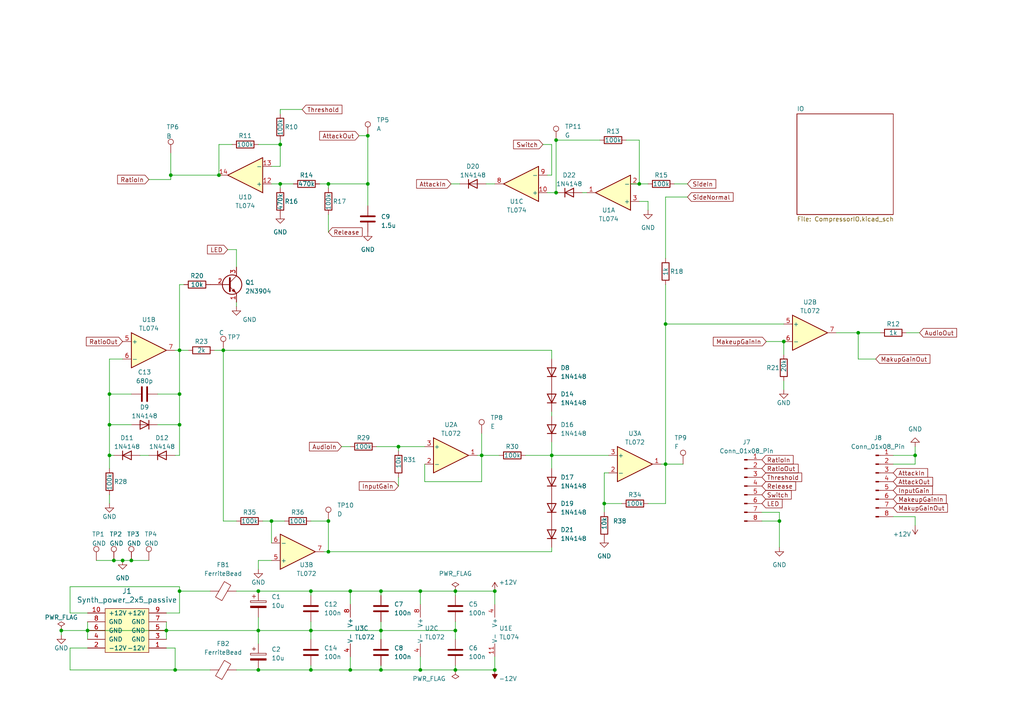
<source format=kicad_sch>
(kicad_sch (version 20230121) (generator eeschema)
  (paper "A4")
  (lib_symbols
    (symbol "AO_symbols:1N4148" (pin_numbers hide) (pin_names (offset 1.016) hide)
      (property "Reference" "D" (at 0 2.54 0))
      (property "Value" "1N4148" (at 0 -2.54 0))
      (symbol "1N4148_0_1"
        (polyline (pts (xy -1.27 1.27) (xy -1.27 -1.27)) (stroke (width 0.254)))
        (polyline (pts (xy 1.27 0) (xy -1.27 0)))
        (polyline (pts (xy 1.27 1.27) (xy 1.27 -1.27) (xy -1.27 0) (xy 1.27 1.27)) (stroke (width 0.254)))
      )
      (symbol "1N4148_1_1"
        (pin passive line (at -3.81 0 0) (length 2.54) (name "K") (number "1"))
        (pin passive line (at 3.81 0 180) (length 2.54) (name "A") (number "2"))
      )
    )
    (symbol "AO_symbols:2N3904" (pin_names (offset 0) hide)
      (property "Reference" "Q" (at 5.08 1.905 0))
      (property "Value" "2N3904" (at 5.08 0 0))
      (symbol "2N3904_0_1"
        (polyline (pts (xy 0.635 0.635) (xy 2.54 2.54)))
        (polyline (pts (xy 0.635 -0.635) (xy 2.54 -2.54) (xy 2.54 -2.54)))
        (polyline (pts (xy 0.635 1.905) (xy 0.635 -1.905) (xy 0.635 -1.905)) (stroke (width 0.508)))
        (polyline (pts (xy 1.27 -1.778) (xy 1.778 -1.27) (xy 2.286 -2.286) (xy 1.27 -1.778) (xy 1.27 -1.778)) (fill (type outline)))
        (circle (center 1.27 0) (radius 2.8194) (stroke (width 0.254)))
      )
      (symbol "2N3904_1_1"
        (pin passive line (at 2.54 -5.08 90) (length 2.54) (name "E") (number "1"))
        (pin passive line (at -5.08 0 0) (length 5.715) (name "B") (number "2"))
        (pin passive line (at 2.54 5.08 270) (length 2.54) (name "C") (number "3"))
      )
    )
    (symbol "AO_symbols:C" (pin_numbers hide) (pin_names (offset 0.254))
      (property "Reference" "C" (at 0.635 2.54 0))
      (property "Value" "C" (at 0.635 -2.54 0))
      (symbol "C_0_1"
        (polyline (pts (xy -2.032 -0.762) (xy 2.032 -0.762)) (stroke (width 0.508)))
        (polyline (pts (xy -2.032 0.762) (xy 2.032 0.762)) (stroke (width 0.508)))
      )
      (symbol "C_1_1"
        (pin passive line (at 0 3.81 270) (length 2.794) (name "~") (number "1"))
        (pin passive line (at 0 -3.81 90) (length 2.794) (name "~") (number "2"))
      )
    )
    (symbol "AO_symbols:CP" (pin_numbers hide) (pin_names (offset 0.254))
      (property "Reference" "C" (at 0.635 2.54 0))
      (property "Value" "CP" (at 0.635 -2.54 0))
      (symbol "CP_0_1"
        (rectangle (start -2.286 0.508) (end 2.286 1.016))
        (polyline (pts (xy -1.778 2.286) (xy -0.762 2.286)))
        (polyline (pts (xy -1.27 2.794) (xy -1.27 1.778)))
        (rectangle (start 2.286 -0.508) (end -2.286 -1.016) (fill (type outline)))
      )
      (symbol "CP_1_1"
        (pin passive line (at 0 3.81 270) (length 2.794) (name "~") (number "1"))
        (pin passive line (at 0 -3.81 90) (length 2.794) (name "~") (number "2"))
      )
    )
    (symbol "AO_symbols:R" (pin_numbers hide) (pin_names (offset 0))
      (property "Reference" "R" (at 2.032 0 90))
      (property "Value" "R" (at 0 0 90))
      (symbol "R_0_1"
        (rectangle (start -1.016 -2.54) (end 1.016 2.54) (stroke (width 0.254)))
      )
      (symbol "R_1_1"
        (pin passive line (at 0 3.81 270) (length 1.27) (name "~") (number "1"))
        (pin passive line (at 0 -3.81 90) (length 1.27) (name "~") (number "2"))
      )
    )
    (symbol "AO_symbols:Synth_power_2x5_passive" (pin_names (offset 1.016))
      (property "Reference" "J" (at 0 -7.62 0))
      (property "Value" "Synth_power_2x5_passive" (at 0 7.62 0))
      (symbol "Synth_power_2x5_passive_0_1"
        (rectangle (start -6.35 6.35) (end 6.35 -6.35) (fill (type background)))
      )
      (symbol "Synth_power_2x5_passive_1_1"
        (pin passive line (at 11.43 -5.08 180) (length 5.08) (name "-12V") (number "1"))
        (pin passive line (at -11.43 5.08 0) (length 5.08) (name "+12V") (number "10"))
        (pin passive line (at -11.43 -5.08 0) (length 5.08) (name "-12V") (number "2"))
        (pin passive line (at 11.43 -2.54 180) (length 5.08) (name "GND") (number "3"))
        (pin passive line (at -11.43 -2.54 0) (length 5.08) (name "GND") (number "4"))
        (pin passive line (at 11.43 0 180) (length 5.08) (name "GND") (number "5"))
        (pin passive line (at -11.43 0 0) (length 5.08) (name "GND") (number "6"))
        (pin passive line (at 11.43 2.54 180) (length 5.08) (name "GND") (number "7"))
        (pin passive line (at -11.43 2.54 0) (length 5.08) (name "GND") (number "8"))
        (pin passive line (at 11.43 5.08 180) (length 5.08) (name "+12V") (number "9"))
      )
    )
    (symbol "AO_symbols:TL072" (pin_names (offset 0.127))
      (property "Reference" "U" (at 0 5.08 0))
      (property "Value" "TL072" (at 0 -5.08 0))
      (symbol "TL072_1_1"
        (polyline (pts (xy -5.08 5.08) (xy 5.08 0) (xy -5.08 -5.08) (xy -5.08 5.08)) (stroke (width 0.254)) (fill (type background)))
        (pin output line (at 7.62 0 180) (length 2.54) (name "~") (number "1"))
        (pin input line (at -7.62 -2.54 0) (length 2.54) (name "-") (number "2"))
        (pin input line (at -7.62 2.54 0) (length 2.54) (name "+") (number "3"))
      )
      (symbol "TL072_2_1"
        (polyline (pts (xy -5.08 5.08) (xy 5.08 0) (xy -5.08 -5.08) (xy -5.08 5.08)) (stroke (width 0.254)) (fill (type background)))
        (pin input line (at -7.62 2.54 0) (length 2.54) (name "+") (number "5"))
        (pin input line (at -7.62 -2.54 0) (length 2.54) (name "-") (number "6"))
        (pin output line (at 7.62 0 180) (length 2.54) (name "~") (number "7"))
      )
      (symbol "TL072_3_1"
        (pin power_in line (at -2.54 -7.62 90) (length 3.81) (name "V-") (number "4"))
        (pin power_in line (at -2.54 7.62 270) (length 3.81) (name "V+") (number "8"))
      )
    )
    (symbol "AO_symbols:TL074" (pin_names (offset 0.127))
      (property "Reference" "U" (at 0 5.08 0))
      (property "Value" "TL074" (at 0 -5.08 0))
      (symbol "TL074_1_1"
        (polyline (pts (xy -5.08 5.08) (xy 5.08 0) (xy -5.08 -5.08) (xy -5.08 5.08)) (stroke (width 0.254)) (fill (type background)))
        (pin output line (at 7.62 0 180) (length 2.54) (name "~") (number "1"))
        (pin input line (at -7.62 -2.54 0) (length 2.54) (name "-") (number "2"))
        (pin input line (at -7.62 2.54 0) (length 2.54) (name "+") (number "3"))
      )
      (symbol "TL074_2_1"
        (polyline (pts (xy -5.08 5.08) (xy 5.08 0) (xy -5.08 -5.08) (xy -5.08 5.08)) (stroke (width 0.254)) (fill (type background)))
        (pin input line (at -7.62 2.54 0) (length 2.54) (name "+") (number "5"))
        (pin input line (at -7.62 -2.54 0) (length 2.54) (name "-") (number "6"))
        (pin output line (at 7.62 0 180) (length 2.54) (name "~") (number "7"))
      )
      (symbol "TL074_3_1"
        (polyline (pts (xy -5.08 5.08) (xy 5.08 0) (xy -5.08 -5.08) (xy -5.08 5.08)) (stroke (width 0.254)) (fill (type background)))
        (pin input line (at -7.62 2.54 0) (length 2.54) (name "+") (number "10"))
        (pin output line (at 7.62 0 180) (length 2.54) (name "~") (number "8"))
        (pin input line (at -7.62 -2.54 0) (length 2.54) (name "-") (number "9"))
      )
      (symbol "TL074_4_1"
        (polyline (pts (xy -5.08 5.08) (xy 5.08 0) (xy -5.08 -5.08) (xy -5.08 5.08)) (stroke (width 0.254)) (fill (type background)))
        (pin input line (at -7.62 2.54 0) (length 2.54) (name "+") (number "12"))
        (pin input line (at -7.62 -2.54 0) (length 2.54) (name "-") (number "13"))
        (pin output line (at 7.62 0 180) (length 2.54) (name "~") (number "14"))
      )
      (symbol "TL074_5_1"
        (pin power_in line (at -2.54 -7.62 90) (length 3.81) (name "V-") (number "11"))
        (pin power_in line (at -2.54 7.62 270) (length 3.81) (name "V+") (number "4"))
      )
    )
    (symbol "AO_symbols:TestPoint" (pin_numbers hide) (pin_names (offset 0.762) hide) (in_bom no)
      (property "Reference" "TP" (at 0 6.858 0))
      (property "Value" "TestPoint" (at 0 5.08 0))
      (symbol "TestPoint_0_1"
        (circle (center 0 3.302) (radius 0.762))
      )
      (symbol "TestPoint_1_1"
        (pin passive line (at 0 0 90) (length 2.54) (name "1") (number "1"))
      )
    )
    (symbol "Connector:Conn_01x08_Pin" (pin_names (offset 1.016) hide)
      (property "Reference" "J" (at 0 10.16 0))
      (property "Value" "Conn_01x08_Pin" (at 0 -12.7 0))
      (symbol "Conn_01x08_Pin_1_1"
        (polyline (pts (xy 1.27 -10.16) (xy 0.8636 -10.16)) (stroke (width 0.1524)))
        (polyline (pts (xy 1.27 -7.62) (xy 0.8636 -7.62)) (stroke (width 0.1524)))
        (polyline (pts (xy 1.27 -5.08) (xy 0.8636 -5.08)) (stroke (width 0.1524)))
        (polyline (pts (xy 1.27 -2.54) (xy 0.8636 -2.54)) (stroke (width 0.1524)))
        (polyline (pts (xy 1.27 0) (xy 0.8636 0)) (stroke (width 0.1524)))
        (polyline (pts (xy 1.27 2.54) (xy 0.8636 2.54)) (stroke (width 0.1524)))
        (polyline (pts (xy 1.27 5.08) (xy 0.8636 5.08)) (stroke (width 0.1524)))
        (polyline (pts (xy 1.27 7.62) (xy 0.8636 7.62)) (stroke (width 0.1524)))
        (rectangle (start 0.8636 -10.033) (end 0 -10.287) (stroke (width 0.1524)) (fill (type outline)))
        (rectangle (start 0.8636 -7.493) (end 0 -7.747) (stroke (width 0.1524)) (fill (type outline)))
        (rectangle (start 0.8636 -4.953) (end 0 -5.207) (stroke (width 0.1524)) (fill (type outline)))
        (rectangle (start 0.8636 -2.413) (end 0 -2.667) (stroke (width 0.1524)) (fill (type outline)))
        (rectangle (start 0.8636 0.127) (end 0 -0.127) (stroke (width 0.1524)) (fill (type outline)))
        (rectangle (start 0.8636 2.667) (end 0 2.413) (stroke (width 0.1524)) (fill (type outline)))
        (rectangle (start 0.8636 5.207) (end 0 4.953) (stroke (width 0.1524)) (fill (type outline)))
        (rectangle (start 0.8636 7.747) (end 0 7.493) (stroke (width 0.1524)) (fill (type outline)))
        (pin passive line (at 5.08 7.62 180) (length 3.81) (name "Pin_1") (number "1"))
        (pin passive line (at 5.08 5.08 180) (length 3.81) (name "Pin_2") (number "2"))
        (pin passive line (at 5.08 2.54 180) (length 3.81) (name "Pin_3") (number "3"))
        (pin passive line (at 5.08 0 180) (length 3.81) (name "Pin_4") (number "4"))
        (pin passive line (at 5.08 -2.54 180) (length 3.81) (name "Pin_5") (number "5"))
        (pin passive line (at 5.08 -5.08 180) (length 3.81) (name "Pin_6") (number "6"))
        (pin passive line (at 5.08 -7.62 180) (length 3.81) (name "Pin_7") (number "7"))
        (pin passive line (at 5.08 -10.16 180) (length 3.81) (name "Pin_8") (number "8"))
      )
    )
    (symbol "Device:FerriteBead" (pin_numbers hide) (pin_names (offset 0))
      (property "Reference" "FB" (at -3.81 0.635 90))
      (property "Value" "FerriteBead" (at 3.81 0 90))
      (symbol "FerriteBead_0_1"
        (polyline (pts (xy 0 -1.27) (xy 0 -1.2192)))
        (polyline (pts (xy 0 1.27) (xy 0 1.2954)))
        (polyline (pts (xy -2.7686 0.4064) (xy -1.7018 2.2606) (xy 2.7686 -0.3048) (xy 1.6764 -2.159) (xy -2.7686 0.4064)))
      )
      (symbol "FerriteBead_1_1"
        (pin passive line (at 0 3.81 270) (length 2.54) (name "~") (number "1"))
        (pin passive line (at 0 -3.81 90) (length 2.54) (name "~") (number "2"))
      )
    )
    (symbol "power:+12V" (power) (pin_names (offset 0))
      (property "Value" "+12V" (at 0 3.556 0))
      (symbol "+12V_0_1"
        (polyline (pts (xy -0.762 1.27) (xy 0 2.54)))
        (polyline (pts (xy 0 0) (xy 0 2.54)))
        (polyline (pts (xy 0 2.54) (xy 0.762 1.27)))
      )
      (symbol "+12V_1_1"
        (pin power_in line (at 0 0 90) (length 0) hide (name "+12V") (number "1"))
      )
    )
    (symbol "power:-12V" (power) (pin_names (offset 0))
      (property "Value" "-12V" (at 0 3.81 0))
      (symbol "-12V_0_0"
        (pin power_in line (at 0 0 90) (length 0) hide (name "-12V") (number "1"))
      )
      (symbol "-12V_0_1"
        (polyline (pts (xy 0 0) (xy 0 1.27) (xy 0.762 1.27) (xy 0 2.54) (xy -0.762 1.27) (xy 0 1.27)) (fill (type outline)))
      )
    )
    (symbol "power:GND" (power) (pin_names (offset 0))
      (property "Value" "GND" (at 0 -3.81 0))
      (symbol "GND_0_1"
        (polyline (pts (xy 0 0) (xy 0 -1.27) (xy 1.27 -1.27) (xy 0 -2.54) (xy -1.27 -1.27) (xy 0 -1.27)))
      )
      (symbol "GND_1_1"
        (pin power_in line (at 0 0 270) (length 0) hide (name "GND") (number "1"))
      )
    )
    (symbol "power:PWR_FLAG" (power) (pin_numbers hide) (pin_names (offset 0) hide)
      (property "Value" "PWR_FLAG" (at 0 3.81 0))
      (symbol "PWR_FLAG_0_0"
        (pin power_out line (at 0 0 90) (length 0) (name "pwr") (number "1"))
      )
      (symbol "PWR_FLAG_0_1"
        (polyline (pts (xy 0 0) (xy 0 1.27) (xy -1.016 1.905) (xy 0 2.54) (xy 1.016 1.905) (xy 0 1.27)))
      )
    )
  )
  (junction (at 52.07 114.3))
  (junction (at 110.49 171.45))
  (junction (at 175.26 146.05))
  (junction (at 95.25 160.02))
  (junction (at 49.53 50.8))
  (junction (at 38.1 162.56))
  (junction (at 31.75 114.3))
  (junction (at 161.29 40.64))
  (junction (at 161.29 55.88))
  (junction (at 101.6 171.45))
  (junction (at 106.68 53.34))
  (junction (at 78.74 151.13))
  (junction (at 121.92 171.45))
  (junction (at 90.17 171.45))
  (junction (at 227.33 99.06))
  (junction (at 101.6 194.31))
  (junction (at 143.51 194.31))
  (junction (at 74.93 194.31))
  (junction (at 139.7 132.08))
  (junction (at 52.07 123.19))
  (junction (at 121.92 194.31))
  (junction (at 110.49 182.88))
  (junction (at 132.08 194.31))
  (junction (at 95.25 53.34))
  (junction (at 185.42 53.34))
  (junction (at 115.57 129.54))
  (junction (at 226.06 151.13))
  (junction (at 90.17 182.88))
  (junction (at 81.28 41.91))
  (junction (at 74.93 182.88))
  (junction (at 193.04 134.62))
  (junction (at 81.28 53.34))
  (junction (at 31.75 123.19))
  (junction (at 33.02 162.56))
  (junction (at 90.17 194.31))
  (junction (at 52.07 101.6))
  (junction (at 35.56 162.56))
  (junction (at 132.08 171.45))
  (junction (at 63.5 50.8))
  (junction (at 265.43 132.08))
  (junction (at 248.92 96.52))
  (junction (at 132.08 182.88))
  (junction (at 193.04 93.98))
  (junction (at 160.02 132.08))
  (junction (at 95.25 151.13))
  (junction (at 25.4 182.88))
  (junction (at 48.26 182.88))
  (junction (at 52.07 171.45))
  (junction (at 110.49 194.31))
  (junction (at 64.77 101.6))
  (junction (at 74.93 171.45))
  (junction (at 143.51 171.45))
  (junction (at 17.78 182.88))
  (junction (at 106.68 39.37))
  (junction (at 50.8 194.31))
  (junction (at 31.75 132.08))
  (wire (pts (xy 74.93 194.31) (xy 90.17 194.31)))
  (wire (pts (xy 20.32 187.96) (xy 20.32 194.31)))
  (wire (pts (xy 35.56 162.56) (xy 38.1 162.56)))
  (wire (pts (xy 67.31 41.91) (xy 63.5 41.91)))
  (wire (pts (xy 78.74 151.13) (xy 82.55 151.13)))
  (wire (pts (xy 265.43 132.08) (xy 265.43 129.54)))
  (wire (pts (xy 185.42 40.64) (xy 181.61 40.64)))
  (wire (pts (xy 220.98 148.59) (xy 226.06 148.59)))
  (wire (pts (xy 74.93 182.88) (xy 90.17 182.88)))
  (wire (pts (xy 160.02 160.02) (xy 160.02 158.75)))
  (wire (pts (xy 76.2 151.13) (xy 78.74 151.13)))
  (wire (pts (xy 175.26 137.16) (xy 176.53 137.16)))
  (wire (pts (xy 265.43 134.62) (xy 265.43 132.08)))
  (wire (pts (xy 50.8 194.31) (xy 60.96 194.31)))
  (wire (pts (xy 160.02 50.8) (xy 158.75 50.8)))
  (wire (pts (xy 110.49 193.04) (xy 110.49 194.31)))
  (wire (pts (xy 185.42 53.34) (xy 187.96 53.34)))
  (wire (pts (xy 17.78 184.15) (xy 17.78 182.88)))
  (wire (pts (xy 52.07 101.6) (xy 54.61 101.6)))
  (wire (pts (xy 187.96 146.05) (xy 193.04 146.05)))
  (wire (pts (xy 160.02 132.08) (xy 176.53 132.08)))
  (wire (pts (xy 160.02 41.91) (xy 160.02 50.8)))
  (wire (pts (xy 160.02 119.38) (xy 160.02 120.65)))
  (wire (pts (xy 193.04 82.55) (xy 193.04 93.98)))
  (wire (pts (xy 20.32 177.8) (xy 25.4 177.8)))
  (wire (pts (xy 101.6 171.45) (xy 101.6 175.26)))
  (wire (pts (xy 123.19 134.62) (xy 123.19 139.7)))
  (wire (pts (xy 90.17 182.88) (xy 90.17 185.42)))
  (wire (pts (xy 52.07 123.19) (xy 52.07 132.08)))
  (wire (pts (xy 33.02 132.08) (xy 31.75 132.08)))
  (wire (pts (xy 78.74 53.34) (xy 81.28 53.34)))
  (wire (pts (xy 52.07 82.55) (xy 52.07 101.6)))
  (wire (pts (xy 20.32 194.31) (xy 50.8 194.31)))
  (wire (pts (xy 220.98 151.13) (xy 226.06 151.13)))
  (wire (pts (xy 185.42 53.34) (xy 182.88 53.34)))
  (wire (pts (xy 52.07 82.55) (xy 53.34 82.55)))
  (wire (pts (xy 74.93 171.45) (xy 90.17 171.45)))
  (wire (pts (xy 81.28 48.26) (xy 78.74 48.26)))
  (wire (pts (xy 185.42 58.42) (xy 187.96 58.42)))
  (wire (pts (xy 95.25 160.02) (xy 160.02 160.02)))
  (wire (pts (xy 227.33 99.06) (xy 227.33 102.87)))
  (wire (pts (xy 143.51 194.31) (xy 132.08 194.31)))
  (wire (pts (xy 130.81 53.34) (xy 133.35 53.34)))
  (wire (pts (xy 52.07 171.45) (xy 60.96 171.45)))
  (wire (pts (xy 25.4 180.34) (xy 25.4 182.88)))
  (wire (pts (xy 191.77 134.62) (xy 193.04 134.62)))
  (wire (pts (xy 101.6 194.31) (xy 110.49 194.31)))
  (wire (pts (xy 132.08 182.88) (xy 132.08 185.42)))
  (wire (pts (xy 187.96 58.42) (xy 187.96 60.96)))
  (wire (pts (xy 64.77 151.13) (xy 64.77 101.6)))
  (wire (pts (xy 132.08 171.45) (xy 132.08 172.72)))
  (wire (pts (xy 49.53 44.45) (xy 49.53 50.8)))
  (wire (pts (xy 62.23 101.6) (xy 64.77 101.6)))
  (wire (pts (xy 81.28 31.75) (xy 81.28 33.02)))
  (wire (pts (xy 242.57 96.52) (xy 248.92 96.52)))
  (wire (pts (xy 139.7 125.73) (xy 139.7 132.08)))
  (wire (pts (xy 90.17 194.31) (xy 101.6 194.31)))
  (wire (pts (xy 115.57 129.54) (xy 115.57 130.81)))
  (wire (pts (xy 25.4 182.88) (xy 48.26 182.88)))
  (wire (pts (xy 265.43 149.86) (xy 265.43 152.4)))
  (wire (pts (xy 68.58 72.39) (xy 68.58 77.47)))
  (wire (pts (xy 81.28 53.34) (xy 85.09 53.34)))
  (wire (pts (xy 90.17 182.88) (xy 90.17 180.34)))
  (wire (pts (xy 74.93 162.56) (xy 74.93 165.1)))
  (wire (pts (xy 259.08 134.62) (xy 265.43 134.62)))
  (wire (pts (xy 68.58 151.13) (xy 64.77 151.13)))
  (wire (pts (xy 81.28 41.91) (xy 81.28 48.26)))
  (wire (pts (xy 175.26 146.05) (xy 180.34 146.05)))
  (wire (pts (xy 95.25 53.34) (xy 95.25 54.61)))
  (wire (pts (xy 226.06 148.59) (xy 226.06 151.13)))
  (wire (pts (xy 132.08 193.04) (xy 132.08 194.31)))
  (wire (pts (xy 95.25 53.34) (xy 106.68 53.34)))
  (wire (pts (xy 259.08 132.08) (xy 265.43 132.08)))
  (wire (pts (xy 262.89 96.52) (xy 266.7 96.52)))
  (wire (pts (xy 158.75 55.88) (xy 161.29 55.88)))
  (wire (pts (xy 40.64 132.08) (xy 43.18 132.08)))
  (wire (pts (xy 31.75 114.3) (xy 38.1 114.3)))
  (wire (pts (xy 138.43 132.08) (xy 139.7 132.08)))
  (wire (pts (xy 110.49 194.31) (xy 121.92 194.31)))
  (wire (pts (xy 227.33 99.06) (xy 222.25 99.06)))
  (wire (pts (xy 259.08 149.86) (xy 265.43 149.86)))
  (wire (pts (xy 25.4 182.88) (xy 25.4 185.42)))
  (wire (pts (xy 31.75 143.51) (xy 31.75 146.05)))
  (wire (pts (xy 168.91 55.88) (xy 170.18 55.88)))
  (wire (pts (xy 121.92 171.45) (xy 132.08 171.45)))
  (wire (pts (xy 63.5 41.91) (xy 63.5 50.8)))
  (wire (pts (xy 95.25 62.23) (xy 95.25 67.31)))
  (wire (pts (xy 93.98 160.02) (xy 95.25 160.02)))
  (wire (pts (xy 161.29 40.64) (xy 161.29 55.88)))
  (wire (pts (xy 52.07 177.8) (xy 52.07 171.45)))
  (wire (pts (xy 90.17 151.13) (xy 95.25 151.13)))
  (wire (pts (xy 152.4 132.08) (xy 160.02 132.08)))
  (wire (pts (xy 110.49 182.88) (xy 110.49 185.42)))
  (wire (pts (xy 115.57 129.54) (xy 123.19 129.54)))
  (wire (pts (xy 193.04 134.62) (xy 198.12 134.62)))
  (wire (pts (xy 48.26 182.88) (xy 48.26 185.42)))
  (wire (pts (xy 115.57 140.97) (xy 115.57 138.43)))
  (wire (pts (xy 87.63 31.75) (xy 81.28 31.75)))
  (wire (pts (xy 68.58 194.31) (xy 74.93 194.31)))
  (wire (pts (xy 64.77 101.6) (xy 160.02 101.6)))
  (wire (pts (xy 78.74 157.48) (xy 78.74 151.13)))
  (wire (pts (xy 193.04 93.98) (xy 193.04 134.62)))
  (wire (pts (xy 123.19 139.7) (xy 139.7 139.7)))
  (wire (pts (xy 175.26 146.05) (xy 175.26 137.16)))
  (wire (pts (xy 175.26 148.59) (xy 175.26 146.05)))
  (wire (pts (xy 110.49 182.88) (xy 90.17 182.88)))
  (wire (pts (xy 132.08 180.34) (xy 132.08 182.88)))
  (wire (pts (xy 99.06 129.54) (xy 101.6 129.54)))
  (wire (pts (xy 90.17 194.31) (xy 90.17 193.04)))
  (wire (pts (xy 110.49 180.34) (xy 110.49 182.88)))
  (wire (pts (xy 160.02 132.08) (xy 160.02 135.89)))
  (wire (pts (xy 31.75 114.3) (xy 31.75 123.19)))
  (wire (pts (xy 27.94 162.56) (xy 33.02 162.56)))
  (wire (pts (xy 74.93 182.88) (xy 74.93 186.69)))
  (wire (pts (xy 45.72 123.19) (xy 52.07 123.19)))
  (wire (pts (xy 139.7 132.08) (xy 144.78 132.08)))
  (wire (pts (xy 74.93 179.07) (xy 74.93 182.88)))
  (wire (pts (xy 52.07 114.3) (xy 52.07 123.19)))
  (wire (pts (xy 132.08 182.88) (xy 110.49 182.88)))
  (wire (pts (xy 81.28 40.64) (xy 81.28 41.91)))
  (wire (pts (xy 20.32 170.18) (xy 52.07 170.18)))
  (wire (pts (xy 52.07 170.18) (xy 52.07 171.45)))
  (wire (pts (xy 227.33 110.49) (xy 227.33 113.03)))
  (wire (pts (xy 48.26 182.88) (xy 74.93 182.88)))
  (wire (pts (xy 45.72 114.3) (xy 52.07 114.3)))
  (wire (pts (xy 226.06 151.13) (xy 226.06 158.75)))
  (wire (pts (xy 49.53 50.8) (xy 63.5 50.8)))
  (wire (pts (xy 106.68 39.37) (xy 106.68 53.34)))
  (wire (pts (xy 193.04 93.98) (xy 227.33 93.98)))
  (wire (pts (xy 160.02 128.27) (xy 160.02 132.08)))
  (wire (pts (xy 143.51 175.26) (xy 143.51 171.45)))
  (wire (pts (xy 50.8 187.96) (xy 50.8 194.31)))
  (wire (pts (xy 20.32 177.8) (xy 20.32 170.18)))
  (wire (pts (xy 38.1 162.56) (xy 43.18 162.56)))
  (wire (pts (xy 160.02 101.6) (xy 160.02 104.14)))
  (wire (pts (xy 95.25 151.13) (xy 95.25 160.02)))
  (wire (pts (xy 248.92 96.52) (xy 248.92 104.14)))
  (wire (pts (xy 104.14 39.37) (xy 106.68 39.37)))
  (wire (pts (xy 110.49 171.45) (xy 121.92 171.45)))
  (wire (pts (xy 52.07 132.08) (xy 50.8 132.08)))
  (wire (pts (xy 193.04 74.93) (xy 193.04 57.15)))
  (wire (pts (xy 66.04 72.39) (xy 68.58 72.39)))
  (wire (pts (xy 35.56 104.14) (xy 31.75 104.14)))
  (wire (pts (xy 193.04 57.15) (xy 199.39 57.15)))
  (wire (pts (xy 161.29 40.64) (xy 173.99 40.64)))
  (wire (pts (xy 143.51 171.45) (xy 132.08 171.45)))
  (wire (pts (xy 43.18 52.07) (xy 49.53 52.07)))
  (wire (pts (xy 195.58 53.34) (xy 199.39 53.34)))
  (wire (pts (xy 31.75 104.14) (xy 31.75 114.3)))
  (wire (pts (xy 90.17 171.45) (xy 90.17 172.72)))
  (wire (pts (xy 68.58 171.45) (xy 74.93 171.45)))
  (wire (pts (xy 121.92 190.5) (xy 121.92 194.31)))
  (wire (pts (xy 121.92 194.31) (xy 132.08 194.31)))
  (wire (pts (xy 101.6 190.5) (xy 101.6 194.31)))
  (wire (pts (xy 68.58 87.63) (xy 68.58 88.9)))
  (wire (pts (xy 185.42 53.34) (xy 185.42 40.64)))
  (wire (pts (xy 31.75 123.19) (xy 31.75 132.08)))
  (wire (pts (xy 248.92 96.52) (xy 255.27 96.52)))
  (wire (pts (xy 110.49 171.45) (xy 110.49 172.72)))
  (wire (pts (xy 31.75 123.19) (xy 38.1 123.19)))
  (wire (pts (xy 121.92 171.45) (xy 121.92 175.26)))
  (wire (pts (xy 52.07 177.8) (xy 48.26 177.8)))
  (wire (pts (xy 143.51 190.5) (xy 143.51 194.31)))
  (wire (pts (xy 109.22 129.54) (xy 115.57 129.54)))
  (wire (pts (xy 106.68 53.34) (xy 106.68 59.69)))
  (wire (pts (xy 101.6 171.45) (xy 110.49 171.45)))
  (wire (pts (xy 52.07 101.6) (xy 52.07 114.3)))
  (wire (pts (xy 74.93 41.91) (xy 81.28 41.91)))
  (wire (pts (xy 157.48 41.91) (xy 160.02 41.91)))
  (wire (pts (xy 17.78 182.88) (xy 25.4 182.88)))
  (wire (pts (xy 140.97 53.34) (xy 143.51 53.34)))
  (wire (pts (xy 31.75 132.08) (xy 31.75 135.89)))
  (wire (pts (xy 193.04 146.05) (xy 193.04 134.62)))
  (wire (pts (xy 101.6 171.45) (xy 90.17 171.45)))
  (wire (pts (xy 139.7 139.7) (xy 139.7 132.08)))
  (wire (pts (xy 33.02 162.56) (xy 35.56 162.56)))
  (wire (pts (xy 92.71 53.34) (xy 95.25 53.34)))
  (wire (pts (xy 20.32 187.96) (xy 25.4 187.96)))
  (wire (pts (xy 50.8 187.96) (xy 48.26 187.96)))
  (wire (pts (xy 254 104.14) (xy 248.92 104.14)))
  (wire (pts (xy 78.74 162.56) (xy 74.93 162.56)))
  (wire (pts (xy 49.53 52.07) (xy 49.53 50.8)))
  (wire (pts (xy 50.8 101.6) (xy 52.07 101.6)))
  (wire (pts (xy 81.28 53.34) (xy 81.28 54.61)))
  (wire (pts (xy 48.26 180.34) (xy 48.26 182.88)))
  (global_label "LED" (shape input) (at 220.98 146.05 0) (property "Intersheetrefs" "${INTERSHEET_REFS}" (effects hide)))
  (global_label "Threshold" (shape input) (at 220.98 138.43 0) (property "Intersheetrefs" "${INTERSHEET_REFS}" (effects hide)))
  (global_label "RatioOut" (shape input) (at 220.98 135.89 0) (property "Intersheetrefs" "${INTERSHEET_REFS}" (effects hide)))
  (global_label "AttackIn" (shape input) (at 259.08 137.16 0) (property "Intersheetrefs" "${INTERSHEET_REFS}" (effects hide)))
  (global_label "SideNormal" (shape input) (at 199.39 57.15 0) (property "Intersheetrefs" "${INTERSHEET_REFS}" (effects hide)))
  (global_label "AttackIn" (shape input) (at 130.81 53.34 180) (property "Intersheetrefs" "${INTERSHEET_REFS}" (effects hide)))
  (global_label "Switch" (shape input) (at 220.98 143.51 0) (property "Intersheetrefs" "${INTERSHEET_REFS}" (effects hide)))
  (global_label "MakupGainOut" (shape input) (at 254 104.14 0) (property "Intersheetrefs" "${INTERSHEET_REFS}" (effects hide)))
  (global_label "MakupGainOut" (shape input) (at 259.08 147.32 0) (property "Intersheetrefs" "${INTERSHEET_REFS}" (effects hide)))
  (global_label "AudioOut" (shape input) (at 266.7 96.52 0) (property "Intersheetrefs" "${INTERSHEET_REFS}" (effects hide)))
  (global_label "InputGain" (shape input) (at 115.57 140.97 180) (property "Intersheetrefs" "${INTERSHEET_REFS}" (effects hide)))
  (global_label "LED" (shape input) (at 66.04 72.39 180) (property "Intersheetrefs" "${INTERSHEET_REFS}" (effects hide)))
  (global_label "MakeupGainIn" (shape input) (at 259.08 144.78 0) (property "Intersheetrefs" "${INTERSHEET_REFS}" (effects hide)))
  (global_label "Threshold" (shape input) (at 87.63 31.75 0) (property "Intersheetrefs" "${INTERSHEET_REFS}" (effects hide)))
  (global_label "Switch" (shape input) (at 157.48 41.91 180) (property "Intersheetrefs" "${INTERSHEET_REFS}" (effects hide)))
  (global_label "InputGain" (shape input) (at 259.08 142.24 0) (property "Intersheetrefs" "${INTERSHEET_REFS}" (effects hide)))
  (global_label "AttackOut" (shape input) (at 104.14 39.37 180) (property "Intersheetrefs" "${INTERSHEET_REFS}" (effects hide)))
  (global_label "MakeupGainIn" (shape input) (at 222.25 99.06 180) (property "Intersheetrefs" "${INTERSHEET_REFS}" (effects hide)))
  (global_label "Release" (shape input) (at 220.98 140.97 0) (property "Intersheetrefs" "${INTERSHEET_REFS}" (effects hide)))
  (global_label "RatioIn" (shape input) (at 220.98 133.35 0) (property "Intersheetrefs" "${INTERSHEET_REFS}" (effects hide)))
  (global_label "AttackOut" (shape input) (at 259.08 139.7 0) (property "Intersheetrefs" "${INTERSHEET_REFS}" (effects hide)))
  (global_label "SideIn" (shape input) (at 199.39 53.34 0) (property "Intersheetrefs" "${INTERSHEET_REFS}" (effects hide)))
  (global_label "Release" (shape input) (at 95.25 67.31 0) (property "Intersheetrefs" "${INTERSHEET_REFS}" (effects hide)))
  (global_label "RatioOut" (shape input) (at 35.56 99.06 180) (property "Intersheetrefs" "${INTERSHEET_REFS}" (effects hide)))
  (global_label "RatioIn" (shape input) (at 43.18 52.07 180) (property "Intersheetrefs" "${INTERSHEET_REFS}" (effects hide)))
  (global_label "AudioIn" (shape input) (at 99.06 129.54 180) (property "Intersheetrefs" "${INTERSHEET_REFS}" (effects hide)))
  (symbol (lib_id "AO_symbols:R") (at 105.41 129.54 90) (unit 1)
    (property "Reference" "R29" (at 105.41 127 90))
    (property "Value" "100k" (at 105.41 129.54 90))
    (property "Footprint" "AO_tht:R_Axial_DIN0207_L6.3mm_D2.5mm_P10.16mm_Horizontal" (effects hide))
    (property "Vendor" "Tayda" (effects hide))
  )
  (symbol (lib_id "AO_symbols:R") (at 175.26 152.4 180) (unit 1)
    (property "Reference" "R38" (at 177.8 151.13 0) (effects (justify right)))
    (property "Value" "10k" (at 175.26 153.67 90) (effects (justify right)))
    (property "Footprint" "AO_tht:R_Axial_DIN0207_L6.3mm_D2.5mm_P10.16mm_Horizontal" (effects hide))
    (property "Vendor" "Tayda" (effects hide))
  )
  (symbol (lib_id "AO_symbols:C") (at 132.08 189.23 0) (unit 1)
    (property "Reference" "C6" (at 135.89 187.96 0) (effects (justify left)))
    (property "Value" "100n" (at 135.89 190.5 0) (effects (justify left)))
    (property "Footprint" "AO_tht:C_Disc_D3.0mm_W1.6mm_P2.50mm" (effects hide))
    (property "Vendor" "Tayda" (effects hide))
  )
  (symbol (lib_id "power:GND") (at 68.58 88.9 0) (unit 1)
    (property "Reference" "#PWR013" (effects hide))
    (property "Value" "GND" (at 72.39 92.71 0))
  )
  (symbol (lib_id "AO_symbols:TestPoint") (at 38.1 162.56 0) (unit 1) (in_bom no)
    (property "Reference" "TP3" (at 36.83 154.94 0) (effects (justify left)))
    (property "Value" "GND" (at 36.83 157.607 0) (effects (justify left)))
    (property "Footprint" "AO_tht:TestPoint_THTPad_D1.5mm_Drill0.7mm" (effects hide))
  )
  (symbol (lib_id "AO_symbols:CP") (at 74.93 175.26 0) (unit 1)
    (property "Reference" "C1" (at 78.74 173.101 0) (effects (justify left)))
    (property "Value" "10u" (at 78.74 175.641 0) (effects (justify left)))
    (property "Footprint" "AO_tht:CP_Radial_D6.3mm_P2.50mm" (effects hide))
    (property "Vendor" "Tayda" (effects hide))
  )
  (symbol (lib_id "power:GND") (at 74.93 165.1 0) (unit 1)
    (property "Reference" "#PWR09" (effects hide))
    (property "Value" "GND" (at 74.93 168.91 0))
  )
  (symbol (lib_id "AO_symbols:R") (at 177.8 40.64 90) (unit 1)
    (property "Reference" "R13" (at 177.8 38.1 90))
    (property "Value" "100k" (at 177.8 40.64 90))
    (property "Footprint" "AO_tht:R_Axial_DIN0207_L6.3mm_D2.5mm_P10.16mm_Horizontal" (effects hide))
    (property "Vendor" "Tayda" (effects hide))
  )
  (symbol (lib_id "AO_symbols:C") (at 106.68 63.5 0) (unit 1)
    (property "Reference" "C9" (at 110.49 62.865 0) (effects (justify left)))
    (property "Value" "1.5u" (at 110.49 65.405 0) (effects (justify left)))
    (property "Footprint" "AO_tht:C_Rect_L7.2mm_W4.5mm_P5.00mm_FKS2_FKP2_MKS2_MKP2" (effects hide))
    (property "Vendor" "Tayda" (effects hide))
  )
  (symbol (lib_id "AO_symbols:C") (at 41.91 114.3 90) (unit 1)
    (property "Reference" "C13" (at 41.91 107.95 90))
    (property "Value" "680p" (at 41.91 110.49 90))
    (property "Footprint" "AO_tht:C_Disc_D3.0mm_W1.6mm_P2.50mm" (effects hide))
    (property "Vendor" "Tayda" (effects hide))
  )
  (symbol (lib_id "power:GND") (at 226.06 158.75 0) (unit 1)
    (property "Reference" "#PWR035" (effects hide))
    (property "Value" "GND" (at 226.06 163.83 0))
  )
  (symbol (lib_id "AO_symbols:R") (at 81.28 58.42 0) (unit 1)
    (property "Reference" "R16" (at 82.55 58.42 0) (effects (justify left)))
    (property "Value" "470k" (at 81.28 60.96 90) (effects (justify left)))
    (property "Footprint" "AO_tht:R_Axial_DIN0207_L6.3mm_D2.5mm_P10.16mm_Horizontal" (effects hide))
    (property "Vendor" "Tayda" (effects hide))
  )
  (symbol (lib_id "AO_symbols:Synth_power_2x5_passive") (at 36.83 182.88 0) (unit 1)
    (property "Reference" "J1" (at 36.83 171.45 0) (effects (font (size 1.524 1.524))))
    (property "Value" "Synth_power_2x5_passive" (at 36.83 173.99 0) (effects (font (size 1.524 1.524))))
    (property "Footprint" "AO_tht:Power_Header" (effects hide))
    (property "Vendor" "Tayda" (effects hide))
    (property "SKU" "A-2939" (effects hide))
  )
  (symbol (lib_id "AO_symbols:C") (at 110.49 189.23 0) (unit 1)
    (property "Reference" "C8" (at 114.3 187.96 0) (effects (justify left)))
    (property "Value" "100n" (at 114.3 190.5 0) (effects (justify left)))
    (property "Footprint" "AO_tht:C_Disc_D3.0mm_W1.6mm_P2.50mm" (effects hide))
    (property "Vendor" "Tayda" (effects hide))
  )
  (symbol (lib_id "AO_symbols:TestPoint") (at 64.77 101.6 0) (unit 1) (in_bom no)
    (property "Reference" "TP7" (at 66.04 97.79 0) (effects (justify left)))
    (property "Value" "C" (at 63.5 96.52 0) (effects (justify left)))
    (property "Footprint" "AO_tht:TestPoint_THTPad_D1.5mm_Drill0.7mm" (effects hide))
  )
  (symbol (lib_id "AO_symbols:R") (at 148.59 132.08 270) (unit 1)
    (property "Reference" "R30" (at 148.59 129.54 90))
    (property "Value" "100k" (at 148.59 132.08 90))
    (property "Footprint" "AO_tht:R_Axial_DIN0207_L6.3mm_D2.5mm_P10.16mm_Horizontal" (effects hide))
    (property "Vendor" "Tayda" (effects hide))
  )
  (symbol (lib_id "AO_symbols:R") (at 88.9 53.34 90) (unit 1)
    (property "Reference" "R14" (at 88.9 50.8 90))
    (property "Value" "470k" (at 88.9 53.34 90))
    (property "Footprint" "AO_tht:R_Axial_DIN0207_L6.3mm_D2.5mm_P10.16mm_Horizontal" (effects hide))
    (property "Vendor" "Tayda" (effects hide))
  )
  (symbol (lib_id "AO_symbols:R") (at 193.04 78.74 180) (unit 1)
    (property "Reference" "R18" (at 194.31 78.74 0) (effects (justify right)))
    (property "Value" "1k" (at 193.04 80.01 90) (effects (justify right)))
    (property "Footprint" "AO_tht:R_Axial_DIN0207_L6.3mm_D2.5mm_P10.16mm_Horizontal" (effects hide))
    (property "Vendor" "Tayda" (effects hide))
  )
  (symbol (lib_id "AO_symbols:R") (at 71.12 41.91 270) (unit 1)
    (property "Reference" "R11" (at 71.12 39.37 90))
    (property "Value" "100k" (at 71.12 41.91 90))
    (property "Footprint" "AO_tht:R_Axial_DIN0207_L6.3mm_D2.5mm_P10.16mm_Horizontal" (effects hide))
    (property "Vendor" "Tayda" (effects hide))
  )
  (symbol (lib_id "AO_symbols:TL072") (at 104.14 182.88 0) (unit 3)
    (property "Reference" "U3" (at 102.87 182.245 0) (effects (justify left)))
    (property "Value" "TL072" (at 102.87 184.785 0) (effects (justify left)))
    (property "Footprint" "AO_tht:DIP-8_W7.62mm_Socket_LongPads" (effects hide))
    (property "Vendor" "Tayda" (effects hide))
    (property "SKU" "A-037" (effects hide))
  )
  (symbol (lib_id "AO_symbols:TL072") (at 86.36 160.02 0) (mirror x) (unit 2)
    (property "Reference" "U3" (at 88.9 163.83 0))
    (property "Value" "TL072" (at 88.9 166.37 0))
    (property "Footprint" "AO_tht:DIP-8_W7.62mm_Socket_LongPads" (effects hide))
    (property "Vendor" "Tayda" (effects hide))
    (property "SKU" "A-037" (effects hide))
  )
  (symbol (lib_id "AO_symbols:R") (at 115.57 134.62 180) (unit 1)
    (property "Reference" "R31" (at 116.84 133.35 0) (effects (justify right)))
    (property "Value" "10k" (at 115.57 135.89 90) (effects (justify right)))
    (property "Footprint" "AO_tht:R_Axial_DIN0207_L6.3mm_D2.5mm_P10.16mm_Horizontal" (effects hide))
    (property "Vendor" "Tayda" (effects hide))
  )
  (symbol (lib_id "AO_symbols:C") (at 132.08 176.53 0) (unit 1)
    (property "Reference" "C5" (at 135.89 175.26 0) (effects (justify left)))
    (property "Value" "100n" (at 135.89 177.8 0) (effects (justify left)))
    (property "Footprint" "AO_tht:C_Disc_D3.0mm_W1.6mm_P2.50mm" (effects hide))
    (property "Vendor" "Tayda" (effects hide))
  )
  (symbol (lib_id "power:+12V") (at 143.51 171.45 0) (unit 1)
    (property "Reference" "#PWR027" (effects hide))
    (property "Value" "+12V" (at 147.32 168.91 0))
  )
  (symbol (lib_id "power:+12V") (at 265.43 152.4 180) (unit 1)
    (property "Reference" "#PWR037" (effects hide))
    (property "Value" "+12V" (at 261.62 154.94 0))
  )
  (symbol (lib_id "AO_symbols:1N4148") (at 165.1 55.88 0) (unit 1)
    (property "Reference" "D22" (at 165.1 50.8 0))
    (property "Value" "1N4148" (at 165.1 53.34 0))
    (property "Footprint" "AO_tht:D_DO-35_SOD27_P7.62mm_Horizontal" (effects hide))
    (property "Vendor" "Tayda" (effects hide))
    (property "SKU" "A-157" (effects hide))
    (property "Sim.Enable" "0" (effects hide))
  )
  (symbol (lib_id "AO_symbols:R") (at 95.25 58.42 180) (unit 1)
    (property "Reference" "R17" (at 96.52 58.42 0) (effects (justify right)))
    (property "Value" "100k" (at 95.25 60.96 90) (effects (justify right)))
    (property "Footprint" "AO_tht:R_Axial_DIN0207_L6.3mm_D2.5mm_P10.16mm_Horizontal" (effects hide))
    (property "Vendor" "Tayda" (effects hide))
  )
  (symbol (lib_id "AO_symbols:C") (at 110.49 176.53 0) (unit 1)
    (property "Reference" "C7" (at 114.3 175.26 0) (effects (justify left)))
    (property "Value" "100n" (at 114.3 177.8 0) (effects (justify left)))
    (property "Footprint" "AO_tht:C_Disc_D3.0mm_W1.6mm_P2.50mm" (effects hide))
    (property "Vendor" "Tayda" (effects hide))
  )
  (symbol (lib_id "AO_symbols:R") (at 191.77 53.34 90) (unit 1)
    (property "Reference" "R15" (at 191.77 50.8 90))
    (property "Value" "100k" (at 191.77 53.34 90))
    (property "Footprint" "AO_tht:R_Axial_DIN0207_L6.3mm_D2.5mm_P10.16mm_Horizontal" (effects hide))
    (property "Vendor" "Tayda" (effects hide))
  )
  (symbol (lib_id "AO_symbols:1N4148") (at 137.16 53.34 0) (unit 1)
    (property "Reference" "D20" (at 137.16 48.26 0))
    (property "Value" "1N4148" (at 137.16 50.8 0))
    (property "Footprint" "AO_tht:D_DO-35_SOD27_P7.62mm_Horizontal" (effects hide))
    (property "Vendor" "Tayda" (effects hide))
    (property "SKU" "A-157" (effects hide))
  )
  (symbol (lib_id "power:GND") (at 81.28 62.23 0) (unit 1)
    (property "Reference" "#PWR06" (effects hide))
    (property "Value" "GND" (at 81.28 67.31 0))
  )
  (symbol (lib_id "AO_symbols:2N3904") (at 66.04 82.55 0) (unit 1)
    (property "Reference" "Q1" (at 71.12 81.915 0) (effects (justify left)))
    (property "Value" "2N3904" (at 71.12 84.455 0) (effects (justify left)))
    (property "Footprint" "AO_tht:TO-92_Inline_Wide" (effects hide))
    (property "Vendor" "Tayda" (effects hide))
    (property "SKU" "A-111" (effects hide))
    (property "Sim.Enable" "0" (effects hide))
  )
  (symbol (lib_id "power:GND") (at 17.78 184.15 0) (unit 1)
    (property "Reference" "#PWR026" (effects hide))
    (property "Value" "GND" (at 17.78 187.96 0))
  )
  (symbol (lib_id "power:GND") (at 175.26 156.21 0) (unit 1)
    (property "Reference" "#PWR011" (effects hide))
    (property "Value" "GND" (at 175.26 161.29 0))
  )
  (symbol (lib_id "Connector:Conn_01x08_Pin") (at 215.9 140.97 0) (unit 1)
    (property "Reference" "J7" (at 216.535 128.27 0))
    (property "Value" "Conn_01x08_Pin" (at 216.535 130.81 0))
    (property "Footprint" "Connector_PinSocket_2.54mm:PinSocket_1x08_P2.54mm_Vertical" (effects hide))
  )
  (symbol (lib_id "power:GND") (at 31.75 146.05 0) (unit 1)
    (property "Reference" "#PWR08" (effects hide))
    (property "Value" "GND" (at 31.75 149.86 0))
  )
  (symbol (lib_id "Device:FerriteBead") (at 64.77 194.31 90) (unit 1)
    (property "Reference" "FB2" (at 64.7192 186.69 90))
    (property "Value" "FerriteBead" (at 64.7192 189.23 90))
    (property "Footprint" "B3_tht:FB_Axial_L5.0mm_D3.6mm_P10.00mm" (effects hide))
  )
  (symbol (lib_id "AO_symbols:TL072") (at 184.15 134.62 0) (unit 1)
    (property "Reference" "U3" (at 184.15 125.73 0))
    (property "Value" "TL072" (at 184.15 128.27 0))
    (property "Footprint" "AO_tht:DIP-8_W7.62mm_Socket_LongPads" (effects hide))
    (property "Vendor" "Tayda" (effects hide))
    (property "SKU" "A-037" (effects hide))
  )
  (symbol (lib_id "AO_symbols:CP") (at 74.93 190.5 0) (unit 1)
    (property "Reference" "C2" (at 78.74 188.341 0) (effects (justify left)))
    (property "Value" "10u" (at 78.74 190.881 0) (effects (justify left)))
    (property "Footprint" "AO_tht:CP_Radial_D6.3mm_P2.50mm" (effects hide))
    (property "Vendor" "Tayda" (effects hide))
  )
  (symbol (lib_id "AO_symbols:TestPoint") (at 161.29 40.64 0) (unit 1) (in_bom no)
    (property "Reference" "TP11" (at 163.83 36.703 0) (effects (justify left)))
    (property "Value" "G" (at 163.83 39.243 0) (effects (justify left)))
    (property "Footprint" "AO_tht:TestPoint_THTPad_D1.5mm_Drill0.7mm" (effects hide))
  )
  (symbol (lib_id "AO_symbols:TL072") (at 124.46 182.88 0) (unit 3)
    (property "Reference" "U2" (at 123.19 182.245 0) (effects (justify left)))
    (property "Value" "TL072" (at 123.19 184.785 0) (effects (justify left)))
    (property "Footprint" "AO_tht:DIP-8_W7.62mm_Socket_LongPads" (effects hide))
    (property "Vendor" "Tayda" (effects hide))
    (property "SKU" "A-037" (effects hide))
  )
  (symbol (lib_id "AO_symbols:R") (at 58.42 101.6 90) (unit 1)
    (property "Reference" "R23" (at 58.42 99.06 90))
    (property "Value" "2k" (at 58.42 101.6 90))
    (property "Footprint" "AO_tht:R_Axial_DIN0207_L6.3mm_D2.5mm_P10.16mm_Horizontal" (effects hide))
    (property "Vendor" "Tayda" (effects hide))
  )
  (symbol (lib_id "AO_symbols:R") (at 259.08 96.52 270) (unit 1)
    (property "Reference" "R12" (at 259.08 93.98 90))
    (property "Value" "1k" (at 259.08 96.52 90))
    (property "Footprint" "AO_tht:R_Axial_DIN0207_L6.3mm_D2.5mm_P10.16mm_Horizontal" (effects hide))
    (property "Vendor" "Tayda" (effects hide))
  )
  (symbol (lib_id "AO_symbols:1N4148") (at 46.99 132.08 0) (unit 1)
    (property "Reference" "D12" (at 46.99 127 0))
    (property "Value" "1N4148" (at 46.99 129.54 0))
    (property "Footprint" "AO_tht:D_DO-35_SOD27_P7.62mm_Horizontal" (effects hide))
    (property "Vendor" "Tayda" (effects hide))
    (property "SKU" "A-157" (effects hide))
  )
  (symbol (lib_id "AO_symbols:TL074") (at 177.8 55.88 180) (unit 1)
    (property "Reference" "U1" (at 176.53 60.96 0))
    (property "Value" "TL074" (at 176.53 63.5 0))
    (property "Footprint" "AO_tht:DIP-14_W7.62mm_Socket_LongPads" (effects hide))
    (property "Vendor" "Tayda" (effects hide))
    (property "SKU" "A-1138" (effects hide))
    (property "Sim.Enable" "0" (effects hide))
  )
  (symbol (lib_id "AO_symbols:1N4148") (at 160.02 154.94 90) (unit 1)
    (property "Reference" "D21" (at 162.56 153.67 90) (effects (justify right)))
    (property "Value" "1N4148" (at 162.56 156.21 90) (effects (justify right)))
    (property "Footprint" "AO_tht:D_DO-35_SOD27_P7.62mm_Horizontal" (effects hide))
    (property "Vendor" "Tayda" (effects hide))
    (property "SKU" "A-157" (effects hide))
  )
  (symbol (lib_id "AO_symbols:TestPoint") (at 106.68 39.37 0) (unit 1) (in_bom no)
    (property "Reference" "TP5" (at 109.22 34.798 0) (effects (justify left)))
    (property "Value" "A" (at 109.22 37.338 0) (effects (justify left)))
    (property "Footprint" "AO_tht:TestPoint_THTPad_D1.5mm_Drill0.7mm" (effects hide))
  )
  (symbol (lib_id "AO_symbols:TestPoint") (at 139.7 125.73 0) (unit 1) (in_bom no)
    (property "Reference" "TP8" (at 142.24 121.158 0) (effects (justify left)))
    (property "Value" "E" (at 142.24 123.698 0) (effects (justify left)))
    (property "Footprint" "AO_tht:TestPoint_THTPad_D1.5mm_Drill0.7mm" (effects hide))
  )
  (symbol (lib_id "AO_symbols:1N4148") (at 160.02 124.46 90) (unit 1)
    (property "Reference" "D16" (at 162.56 123.19 90) (effects (justify right)))
    (property "Value" "1N4148" (at 162.56 125.73 90) (effects (justify right)))
    (property "Footprint" "AO_tht:D_DO-35_SOD27_P7.62mm_Horizontal" (effects hide))
    (property "Vendor" "Tayda" (effects hide))
    (property "SKU" "A-157" (effects hide))
  )
  (symbol (lib_id "AO_symbols:TL074") (at 43.18 101.6 0) (unit 2)
    (property "Reference" "U1" (at 43.18 92.71 0))
    (property "Value" "TL074" (at 43.18 95.25 0))
    (property "Footprint" "AO_tht:DIP-14_W7.62mm_Socket_LongPads" (effects hide))
    (property "Vendor" "Tayda" (effects hide))
    (property "SKU" "A-1138" (effects hide))
    (property "Sim.Enable" "0" (effects hide))
  )
  (symbol (lib_id "AO_symbols:TL072") (at 130.81 132.08 0) (unit 1)
    (property "Reference" "U2" (at 130.81 123.19 0))
    (property "Value" "TL072" (at 130.81 125.73 0))
    (property "Footprint" "AO_tht:DIP-8_W7.62mm_Socket_LongPads" (effects hide))
    (property "Vendor" "Tayda" (effects hide))
    (property "SKU" "A-037" (effects hide))
  )
  (symbol (lib_id "AO_symbols:1N4148") (at 36.83 132.08 0) (unit 1)
    (property "Reference" "D11" (at 36.83 127 0))
    (property "Value" "1N4148" (at 36.83 129.54 0))
    (property "Footprint" "AO_tht:D_DO-35_SOD27_P7.62mm_Horizontal" (effects hide))
    (property "Vendor" "Tayda" (effects hide))
    (property "SKU" "A-157" (effects hide))
  )
  (symbol (lib_id "AO_symbols:R") (at 57.15 82.55 90) (unit 1)
    (property "Reference" "R20" (at 57.15 80.01 90))
    (property "Value" "10k" (at 57.15 82.55 90))
    (property "Footprint" "AO_tht:R_Axial_DIN0207_L6.3mm_D2.5mm_P10.16mm_Horizontal" (effects hide))
    (property "Vendor" "Tayda" (effects hide))
  )
  (symbol (lib_id "AO_symbols:TL074") (at 71.12 50.8 180) (unit 4)
    (property "Reference" "U1" (at 71.12 57.15 0))
    (property "Value" "TL074" (at 71.12 59.69 0))
    (property "Footprint" "AO_tht:DIP-14_W7.62mm_Socket_LongPads" (effects hide))
    (property "Vendor" "Tayda" (effects hide))
    (property "SKU" "A-1138" (effects hide))
    (property "Sim.Enable" "0" (effects hide))
  )
  (symbol (lib_id "AO_symbols:1N4148") (at 160.02 107.95 90) (unit 1)
    (property "Reference" "D8" (at 162.56 106.68 90) (effects (justify right)))
    (property "Value" "1N4148" (at 162.56 109.22 90) (effects (justify right)))
    (property "Footprint" "AO_tht:D_DO-35_SOD27_P7.62mm_Horizontal" (effects hide))
    (property "Vendor" "Tayda" (effects hide))
    (property "SKU" "A-157" (effects hide))
  )
  (symbol (lib_id "AO_symbols:R") (at 227.33 106.68 0) (unit 1)
    (property "Reference" "R21" (at 222.25 106.68 0) (effects (justify left)))
    (property "Value" "20k" (at 227.33 107.95 90) (effects (justify left)))
    (property "Footprint" "AO_tht:R_Axial_DIN0207_L6.3mm_D2.5mm_P10.16mm_Horizontal" (effects hide))
    (property "Vendor" "Tayda" (effects hide))
  )
  (symbol (lib_id "power:GND") (at 106.68 67.31 0) (unit 1)
    (property "Reference" "#PWR07" (effects hide))
    (property "Value" "GND" (at 106.68 72.39 0))
  )
  (symbol (lib_id "AO_symbols:C") (at 90.17 189.23 0) (unit 1)
    (property "Reference" "C14" (at 93.98 187.96 0) (effects (justify left)))
    (property "Value" "100n" (at 93.98 190.5 0) (effects (justify left)))
    (property "Footprint" "AO_tht:C_Disc_D3.0mm_W1.6mm_P2.50mm" (effects hide))
    (property "Vendor" "Tayda" (effects hide))
  )
  (symbol (lib_id "AO_symbols:R") (at 81.28 36.83 0) (unit 1)
    (property "Reference" "R10" (at 82.55 36.83 0) (effects (justify left)))
    (property "Value" "100k" (at 81.28 39.37 90) (effects (justify left)))
    (property "Footprint" "AO_tht:R_Axial_DIN0207_L6.3mm_D2.5mm_P10.16mm_Horizontal" (effects hide))
    (property "Vendor" "Tayda" (effects hide))
  )
  (symbol (lib_id "AO_symbols:1N4148") (at 160.02 147.32 90) (unit 1)
    (property "Reference" "D19" (at 162.56 146.05 90) (effects (justify right)))
    (property "Value" "1N4148" (at 162.56 148.59 90) (effects (justify right)))
    (property "Footprint" "AO_tht:D_DO-35_SOD27_P7.62mm_Horizontal" (effects hide))
    (property "Vendor" "Tayda" (effects hide))
    (property "SKU" "A-157" (effects hide))
  )
  (symbol (lib_id "AO_symbols:TestPoint") (at 43.18 162.56 0) (unit 1) (in_bom no)
    (property "Reference" "TP4" (at 41.91 154.94 0) (effects (justify left)))
    (property "Value" "GND" (at 41.91 157.607 0) (effects (justify left)))
    (property "Footprint" "AO_tht:TestPoint_THTPad_D1.5mm_Drill0.7mm" (effects hide))
  )
  (symbol (lib_id "AO_symbols:1N4148") (at 160.02 139.7 90) (unit 1)
    (property "Reference" "D17" (at 162.56 138.43 90) (effects (justify right)))
    (property "Value" "1N4148" (at 162.56 140.97 90) (effects (justify right)))
    (property "Footprint" "AO_tht:D_DO-35_SOD27_P7.62mm_Horizontal" (effects hide))
    (property "Vendor" "Tayda" (effects hide))
    (property "SKU" "A-157" (effects hide))
  )
  (symbol (lib_id "power:PWR_FLAG") (at 132.08 171.45 0) (unit 1)
    (property "Reference" "#FLG01" (effects hide))
    (property "Value" "PWR_FLAG" (at 132.08 166.37 0))
  )
  (symbol (lib_id "AO_symbols:TestPoint") (at 27.94 162.56 0) (unit 1) (in_bom no)
    (property "Reference" "TP1" (at 26.67 154.94 0) (effects (justify left)))
    (property "Value" "GND" (at 26.67 157.607 0) (effects (justify left)))
    (property "Footprint" "AO_tht:TestPoint_THTPad_D1.5mm_Drill0.7mm" (effects hide))
  )
  (symbol (lib_id "power:PWR_FLAG") (at 132.08 194.31 180) (unit 1)
    (property "Reference" "#FLG02" (effects hide))
    (property "Value" "PWR_FLAG" (at 124.46 196.85 0))
  )
  (symbol (lib_id "AO_symbols:1N4148") (at 41.91 123.19 180) (unit 1)
    (property "Reference" "D9" (at 41.91 118.11 0))
    (property "Value" "1N4148" (at 41.91 120.65 0))
    (property "Footprint" "AO_tht:D_DO-35_SOD27_P7.62mm_Horizontal" (effects hide))
    (property "Vendor" "Tayda" (effects hide))
    (property "SKU" "A-157" (effects hide))
  )
  (symbol (lib_id "AO_symbols:TestPoint") (at 33.02 162.56 0) (unit 1) (in_bom no)
    (property "Reference" "TP2" (at 31.75 154.94 0) (effects (justify left)))
    (property "Value" "GND" (at 31.75 157.607 0) (effects (justify left)))
    (property "Footprint" "AO_tht:TestPoint_THTPad_D1.5mm_Drill0.7mm" (effects hide))
  )
  (symbol (lib_id "AO_symbols:TL072") (at 234.95 96.52 0) (unit 2)
    (property "Reference" "U2" (at 234.95 87.63 0))
    (property "Value" "TL072" (at 234.95 90.17 0))
    (property "Footprint" "AO_tht:DIP-8_W7.62mm_Socket_LongPads" (effects hide))
    (property "Vendor" "Tayda" (effects hide))
    (property "SKU" "A-037" (effects hide))
  )
  (symbol (lib_id "power:-12V") (at 143.51 194.31 180) (unit 1)
    (property "Reference" "#PWR028" (effects hide))
    (property "Value" "-12V" (at 147.32 196.85 0))
  )
  (symbol (lib_id "AO_symbols:R") (at 72.39 151.13 270) (unit 1)
    (property "Reference" "R35" (at 72.39 148.59 90))
    (property "Value" "100k" (at 72.39 151.13 90))
    (property "Footprint" "AO_tht:R_Axial_DIN0207_L6.3mm_D2.5mm_P10.16mm_Horizontal" (effects hide))
    (property "Vendor" "Tayda" (effects hide))
  )
  (symbol (lib_id "AO_symbols:1N4148") (at 160.02 115.57 90) (unit 1)
    (property "Reference" "D14" (at 162.56 114.3 90) (effects (justify right)))
    (property "Value" "1N4148" (at 162.56 116.84 90) (effects (justify right)))
    (property "Footprint" "AO_tht:D_DO-35_SOD27_P7.62mm_Horizontal" (effects hide))
    (property "Vendor" "Tayda" (effects hide))
    (property "SKU" "A-157" (effects hide))
  )
  (symbol (lib_id "Device:FerriteBead") (at 64.77 171.45 90) (unit 1)
    (property "Reference" "FB1" (at 64.7192 163.83 90))
    (property "Value" "FerriteBead" (at 64.7192 166.37 90))
    (property "Footprint" "B3_tht:FB_Axial_L5.0mm_D3.6mm_P10.00mm" (effects hide))
  )
  (symbol (lib_id "AO_symbols:R") (at 184.15 146.05 90) (unit 1)
    (property "Reference" "R34" (at 184.15 143.51 90))
    (property "Value" "100k" (at 184.15 146.05 90))
    (property "Footprint" "AO_tht:R_Axial_DIN0207_L6.3mm_D2.5mm_P10.16mm_Horizontal" (effects hide))
    (property "Vendor" "Tayda" (effects hide))
  )
  (symbol (lib_id "AO_symbols:TestPoint") (at 198.12 134.62 0) (unit 1) (in_bom no)
    (property "Reference" "TP9" (at 195.58 127 0) (effects (justify left)))
    (property "Value" "F" (at 195.58 129.54 0) (effects (justify left)))
    (property "Footprint" "AO_tht:TestPoint_THTPad_D1.5mm_Drill0.7mm" (effects hide))
  )
  (symbol (lib_id "power:GND") (at 227.33 113.03 0) (unit 1)
    (property "Reference" "#PWR012" (effects hide))
    (property "Value" "GND" (at 227.33 116.84 0))
  )
  (symbol (lib_id "Connector:Conn_01x08_Pin") (at 254 139.7 0) (unit 1)
    (property "Reference" "J8" (at 254.635 127 0))
    (property "Value" "Conn_01x08_Pin" (at 254.635 129.54 0))
    (property "Footprint" "Connector_PinSocket_2.54mm:PinSocket_1x08_P2.54mm_Vertical" (effects hide))
  )
  (symbol (lib_id "AO_symbols:TestPoint") (at 95.25 151.13 0) (unit 1) (in_bom no)
    (property "Reference" "TP10" (at 97.79 146.558 0) (effects (justify left)))
    (property "Value" "D" (at 97.79 149.098 0) (effects (justify left)))
    (property "Footprint" "AO_tht:TestPoint_THTPad_D1.5mm_Drill0.7mm" (effects hide))
  )
  (symbol (lib_id "AO_symbols:TL074") (at 146.05 182.88 0) (unit 5)
    (property "Reference" "U1" (at 144.78 182.245 0) (effects (justify left)))
    (property "Value" "TL074" (at 144.78 184.785 0) (effects (justify left)))
    (property "Footprint" "AO_tht:DIP-14_W7.62mm_Socket_LongPads" (effects hide))
    (property "Vendor" "Tayda" (effects hide))
    (property "SKU" "A-1138" (effects hide))
    (property "Sim.Enable" "0" (effects hide))
  )
  (symbol (lib_id "AO_symbols:R") (at 86.36 151.13 270) (unit 1)
    (property "Reference" "R36" (at 86.36 148.59 90))
    (property "Value" "100k" (at 86.36 151.13 90))
    (property "Footprint" "AO_tht:R_Axial_DIN0207_L6.3mm_D2.5mm_P10.16mm_Horizontal" (effects hide))
    (property "Vendor" "Tayda" (effects hide))
  )
  (symbol (lib_id "AO_symbols:TL074") (at 151.13 53.34 180) (unit 3)
    (property "Reference" "U1" (at 149.86 58.42 0))
    (property "Value" "TL074" (at 149.86 60.96 0))
    (property "Footprint" "AO_tht:DIP-14_W7.62mm_Socket_LongPads" (effects hide))
    (property "Vendor" "Tayda" (effects hide))
    (property "SKU" "A-1138" (effects hide))
    (property "Sim.Enable" "0" (effects hide))
  )
  (symbol (lib_id "power:GND") (at 265.43 129.54 180) (unit 1)
    (property "Reference" "#PWR036" (effects hide))
    (property "Value" "GND" (at 265.43 124.46 0))
  )
  (symbol (lib_id "AO_symbols:C") (at 90.17 176.53 0) (unit 1)
    (property "Reference" "C12" (at 93.98 175.26 0) (effects (justify left)))
    (property "Value" "100n" (at 93.98 177.8 0) (effects (justify left)))
    (property "Footprint" "AO_tht:C_Disc_D3.0mm_W1.6mm_P2.50mm" (effects hide))
    (property "Vendor" "Tayda" (effects hide))
  )
  (symbol (lib_id "power:PWR_FLAG") (at 17.78 182.88 0) (unit 1)
    (property "Reference" "#FLG03" (effects hide))
    (property "Value" "PWR_FLAG" (at 17.78 179.07 0))
  )
  (symbol (lib_id "AO_symbols:TestPoint") (at 49.53 44.45 0) (unit 1) (in_bom no)
    (property "Reference" "TP6" (at 48.26 36.83 0) (effects (justify left)))
    (property "Value" "B" (at 48.26 39.497 0) (effects (justify left)))
    (property "Footprint" "AO_tht:TestPoint_THTPad_D1.5mm_Drill0.7mm" (effects hide))
  )
  (symbol (lib_id "AO_symbols:R") (at 31.75 139.7 0) (unit 1)
    (property "Reference" "R28" (at 33.02 139.7 0) (effects (justify left)))
    (property "Value" "100k" (at 31.75 142.24 90) (effects (justify left)))
    (property "Footprint" "AO_tht:R_Axial_DIN0207_L6.3mm_D2.5mm_P10.16mm_Horizontal" (effects hide))
    (property "Vendor" "Tayda" (effects hide))
  )
  (symbol (lib_id "power:GND") (at 35.56 162.56 0) (unit 1)
    (property "Reference" "#PWR029" (effects hide))
    (property "Value" "GND" (at 35.56 167.64 0))
  )
  (symbol (lib_id "power:GND") (at 187.96 60.96 0) (unit 1)
    (property "Reference" "#PWR04" (effects hide))
    (property "Value" "GND" (at 187.96 66.04 0))
  )
  (sheet (at 231.14 33.02) (size 27.94 29.21) (stroke (width 0.1524))
    (property "Sheetname" "IO" (at 231.14 32.3084 0) (effects (justify left bottom)))
    (property "Sheetfile" "CompressorIO.kicad_sch" (at 231.14 62.8146 0) (effects (justify left top)))
  )
)
</source>
